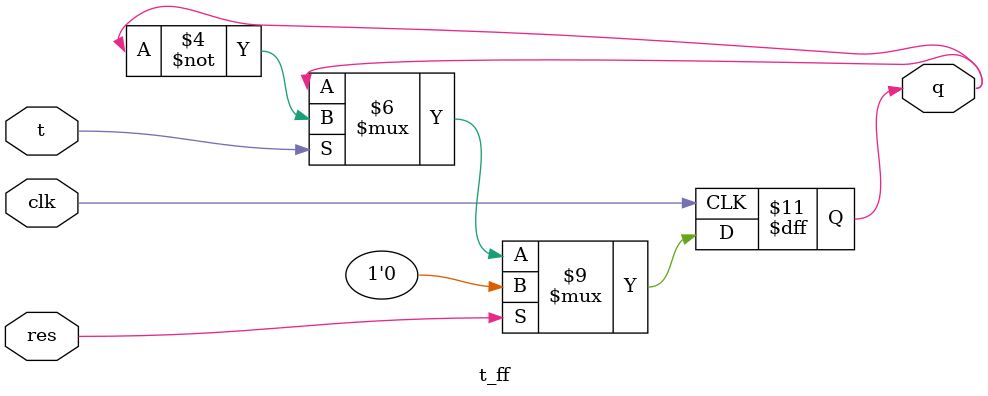
<source format=v>
module t_ff(res,clk,t,q);
input res,clk,t;
output reg q;

always@(posedge clk)begin
  if(res==1) q<=0;
  //else q=(t==0)?q:~q; // conditional operator 
  else begin
  if(t==1'b1) q<=~q;
  else q<=q;
  end
end
endmodule



</source>
